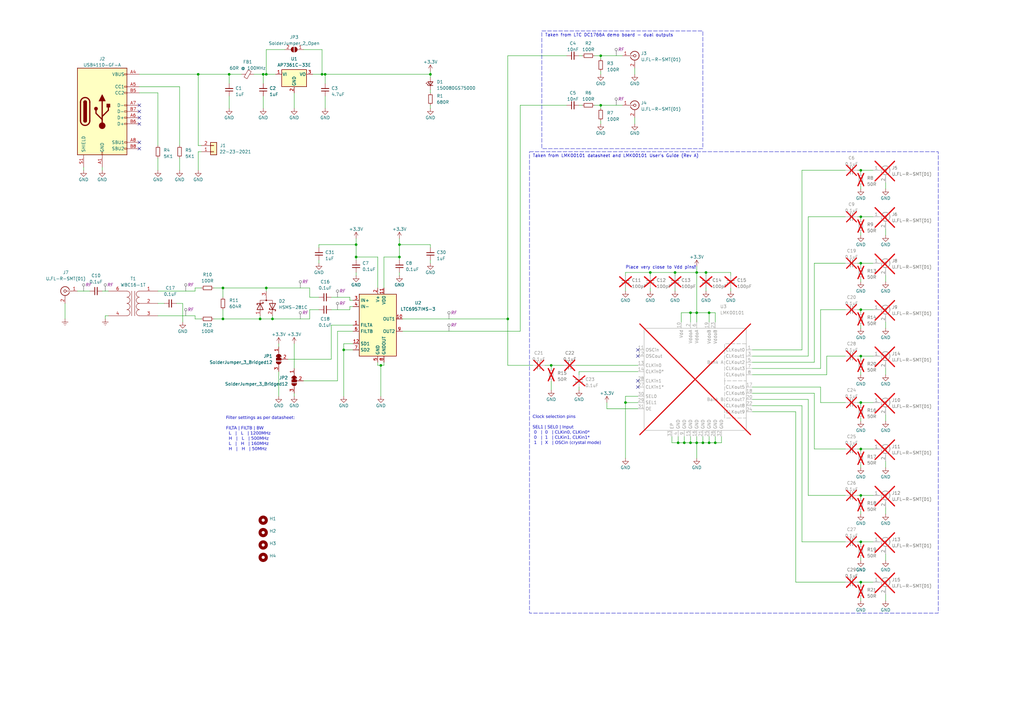
<source format=kicad_sch>
(kicad_sch (version 20230121) (generator eeschema)
  (paper "A3")
  (title_block (title "CSAD2") (date "2023-05-16") (rev "1.0"))
  (junction (at 353.06 88.9))
  (junction (at 91.44 130.81))
  (junction (at 353.06 238.76))
  (junction (at 353.06 146.05))
  (junction (at 353.06 127))
  (junction (at 107.95 30.48))
  (junction (at 289.56 111.76))
  (junction (at 293.37 181.61))
  (junction (at 146.05 100.33))
  (junction (at 290.83 181.61))
  (junction (at 290.83 128.27))
  (junction (at 163.83 100.33))
  (junction (at 91.44 118.11))
  (junction (at 81.28 30.48))
  (junction (at 163.83 105.41))
  (junction (at 353.06 203.2))
  (junction (at 280.67 181.61))
  (junction (at 208.28 130.81))
  (junction (at 140.97 143.51))
  (junction (at 353.06 222.25))
  (junction (at 353.06 69.85))
  (junction (at 106.68 130.81))
  (junction (at 176.53 30.48))
  (junction (at 246.38 43.18))
  (junction (at 111.76 130.81))
  (junction (at 353.06 184.15))
  (junction (at 266.7 111.76))
  (junction (at 288.29 181.61))
  (junction (at 353.06 107.95))
  (junction (at 283.21 128.27))
  (junction (at 285.75 111.76))
  (junction (at 283.21 181.61))
  (junction (at 93.98 30.48))
  (junction (at 256.54 165.1))
  (junction (at 146.05 105.41))
  (junction (at 109.22 118.11))
  (junction (at 226.06 149.86))
  (junction (at 276.86 111.76))
  (junction (at 109.22 30.48))
  (junction (at 133.35 30.48))
  (junction (at 246.38 22.86))
  (junction (at 278.13 181.61))
  (junction (at 156.21 149.86))
  (junction (at 132.08 30.48))
  (junction (at 285.75 128.27))
  (junction (at 353.06 165.1))
  (junction (at 285.75 181.61))
  (no_connect (at 57.15 60.96))
  (no_connect (at 57.15 50.8))
  (no_connect (at 57.15 43.18))
  (no_connect (at 57.15 48.26))
  (no_connect (at 57.15 45.72))
  (no_connect (at 57.15 58.42))
  (no_connect (at 261.62 146.05))
  (no_connect (at 261.62 143.51))
  (no_connect (at 261.62 158.75))
  (no_connect (at 261.62 156.21))
  (wire (pts (xy 353.06 165.1) (xy 358.14 165.1)))
  (wire (pts (xy 276.86 111.76) (xy 285.75 111.76)))
  (wire (pts (xy 80.01 130.81) (xy 82.55 130.81)))
  (wire (pts (xy 132.08 30.48) (xy 133.35 30.48)))
  (wire (pts (xy 308.61 151.13) (xy 336.55 151.13)))
  (wire (pts (xy 285.75 181.61) (xy 283.21 181.61)))
  (wire (pts (xy 57.15 35.56) (xy 73.66 35.56)))
  (wire (pts (xy 353.06 95.25) (xy 353.06 96.52)))
  (wire (pts (xy 87.63 130.81) (xy 91.44 130.81)))
  (wire (pts (xy 144.78 135.89) (xy 138.43 135.89)))
  (wire (pts (xy 285.75 181.61) (xy 285.75 187.96)))
  (wire (pts (xy 276.86 118.11) (xy 276.86 119.38)))
  (wire (pts (xy 351.79 184.15) (xy 353.06 184.15)))
  (wire (pts (xy 43.18 129.54) (xy 43.18 130.81)))
  (wire (pts (xy 154.94 118.11) (xy 154.94 105.41)))
  (wire (pts (xy 130.81 106.68) (xy 130.81 107.95)))
  (wire (pts (xy 64.77 119.38) (xy 80.01 119.38)))
  (wire (pts (xy 64.77 64.77) (xy 64.77 69.85)))
  (wire (pts (xy 331.47 163.83) (xy 331.47 203.2)))
  (wire (pts (xy 243.84 43.18) (xy 246.38 43.18)))
  (wire (pts (xy 328.93 143.51) (xy 328.93 69.85)))
  (wire (pts (xy 246.38 43.18) (xy 255.27 43.18)))
  (wire (pts (xy 138.43 135.89) (xy 138.43 156.21)))
  (wire (pts (xy 157.48 105.41) (xy 163.83 105.41)))
  (wire (pts (xy 176.53 30.48) (xy 176.53 29.21)))
  (wire (pts (xy 111.76 129.54) (xy 111.76 130.81)))
  (wire (pts (xy 73.66 35.56) (xy 73.66 59.69)))
  (wire (pts (xy 331.47 88.9) (xy 331.47 146.05)))
  (wire (pts (xy 353.06 222.25) (xy 358.14 222.25)))
  (wire (pts (xy 144.78 133.35) (xy 135.89 133.35)))
  (wire (pts (xy 256.54 165.1) (xy 256.54 187.96)))
  (wire (pts (xy 363.22 189.23) (xy 363.22 191.77)))
  (wire (pts (xy 266.7 118.11) (xy 266.7 119.38)))
  (wire (pts (xy 223.52 149.86) (xy 226.06 149.86)))
  (wire (pts (xy 156.21 149.86) (xy 156.21 162.56)))
  (wire (pts (xy 127 130.81) (xy 111.76 130.81)))
  (wire (pts (xy 293.37 181.61) (xy 290.83 181.61)))
  (wire (pts (xy 353.06 127) (xy 353.06 128.27)))
  (wire (pts (xy 226.06 156.21) (xy 226.06 160.02)))
  (wire (pts (xy 353.06 203.2) (xy 353.06 204.47)))
  (wire (pts (xy 44.45 129.54) (xy 43.18 129.54)))
  (wire (pts (xy 140.97 140.97) (xy 144.78 140.97)))
  (wire (pts (xy 293.37 179.07) (xy 293.37 181.61)))
  (wire (pts (xy 285.75 128.27) (xy 283.21 128.27)))
  (wire (pts (xy 144.78 143.51) (xy 140.97 143.51)))
  (wire (pts (xy 91.44 118.11) (xy 109.22 118.11)))
  (wire (pts (xy 57.15 38.1) (xy 64.77 38.1)))
  (wire (pts (xy 208.28 130.81) (xy 165.1 130.81)))
  (wire (pts (xy 127 121.92) (xy 130.81 121.92)))
  (wire (pts (xy 248.92 167.64) (xy 248.92 165.1)))
  (wire (pts (xy 353.06 190.5) (xy 353.06 191.77)))
  (wire (pts (xy 31.75 119.38) (xy 36.83 119.38)))
  (wire (pts (xy 246.38 22.86) (xy 255.27 22.86)))
  (wire (pts (xy 334.01 148.59) (xy 334.01 107.95)))
  (wire (pts (xy 353.06 209.55) (xy 353.06 210.82)))
  (wire (pts (xy 165.1 135.89) (xy 213.36 135.89)))
  (wire (pts (xy 339.09 146.05) (xy 346.71 146.05)))
  (wire (pts (xy 363.22 208.28) (xy 363.22 210.82)))
  (wire (pts (xy 163.83 97.79) (xy 163.83 100.33)))
  (wire (pts (xy 353.06 69.85) (xy 353.06 71.12)))
  (wire (pts (xy 246.38 43.18) (xy 246.38 44.45)))
  (wire (pts (xy 163.83 100.33) (xy 176.53 100.33)))
  (wire (pts (xy 163.83 100.33) (xy 163.83 105.41)))
  (wire (pts (xy 80.01 129.54) (xy 80.01 130.81)))
  (wire (pts (xy 80.01 119.38) (xy 80.01 118.11)))
  (wire (pts (xy 130.81 100.33) (xy 130.81 101.6)))
  (wire (pts (xy 293.37 128.27) (xy 290.83 128.27)))
  (wire (pts (xy 326.39 238.76) (xy 346.71 238.76)))
  (wire (pts (xy 163.83 105.41) (xy 163.83 106.68)))
  (wire (pts (xy 135.89 147.32) (xy 118.11 147.32)))
  (wire (pts (xy 26.67 124.46) (xy 26.67 130.81)))
  (wire (pts (xy 237.49 158.75) (xy 237.49 160.02)))
  (wire (pts (xy 114.3 140.97) (xy 114.3 142.24)))
  (wire (pts (xy 91.44 130.81) (xy 106.68 130.81)))
  (wire (pts (xy 283.21 181.61) (xy 280.67 181.61)))
  (wire (pts (xy 326.39 168.91) (xy 326.39 238.76)))
  (wire (pts (xy 285.75 179.07) (xy 285.75 181.61)))
  (wire (pts (xy 208.28 22.86) (xy 208.28 130.81)))
  (wire (pts (xy 308.61 166.37) (xy 328.93 166.37)))
  (wire (pts (xy 331.47 146.05) (xy 308.61 146.05)))
  (wire (pts (xy 93.98 30.48) (xy 93.98 34.29)))
  (wire (pts (xy 308.61 161.29) (xy 334.01 161.29)))
  (wire (pts (xy 351.79 238.76) (xy 353.06 238.76)))
  (wire (pts (xy 261.62 165.1) (xy 256.54 165.1)))
  (wire (pts (xy 260.35 48.26) (xy 260.35 50.8)))
  (wire (pts (xy 261.62 152.4) (xy 237.49 152.4)))
  (wire (pts (xy 336.55 151.13) (xy 336.55 127)))
  (wire (pts (xy 351.79 146.05) (xy 353.06 146.05)))
  (wire (pts (xy 295.91 179.07) (xy 295.91 181.61)))
  (wire (pts (xy 133.35 30.48) (xy 176.53 30.48)))
  (wire (pts (xy 278.13 181.61) (xy 275.59 181.61)))
  (wire (pts (xy 208.28 130.81) (xy 208.28 149.86)))
  (wire (pts (xy 109.22 30.48) (xy 113.03 30.48)))
  (wire (pts (xy 143.51 123.19) (xy 144.78 123.19)))
  (wire (pts (xy 91.44 121.92) (xy 91.44 118.11)))
  (wire (pts (xy 237.49 22.86) (xy 238.76 22.86)))
  (wire (pts (xy 109.22 119.38) (xy 109.22 118.11)))
  (wire (pts (xy 226.06 151.13) (xy 226.06 149.86)))
  (wire (pts (xy 127 118.11) (xy 127 121.92)))
  (wire (pts (xy 308.61 148.59) (xy 334.01 148.59)))
  (wire (pts (xy 353.06 222.25) (xy 353.06 223.52)))
  (wire (pts (xy 104.14 30.48) (xy 107.95 30.48)))
  (wire (pts (xy 334.01 107.95) (xy 346.71 107.95)))
  (wire (pts (xy 308.61 153.67) (xy 339.09 153.67)))
  (wire (pts (xy 146.05 105.41) (xy 146.05 106.68)))
  (wire (pts (xy 285.75 111.76) (xy 289.56 111.76)))
  (wire (pts (xy 106.68 130.81) (xy 106.68 129.54)))
  (wire (pts (xy 285.75 109.22) (xy 285.75 111.76)))
  (wire (pts (xy 353.06 146.05) (xy 358.14 146.05)))
  (wire (pts (xy 328.93 166.37) (xy 328.93 222.25)))
  (wire (pts (xy 64.77 129.54) (xy 80.01 129.54)))
  (wire (pts (xy 130.81 127) (xy 127 127)))
  (wire (pts (xy 208.28 22.86) (xy 232.41 22.86)))
  (wire (pts (xy 146.05 100.33) (xy 146.05 105.41)))
  (wire (pts (xy 363.22 151.13) (xy 363.22 153.67)))
  (wire (pts (xy 256.54 118.11) (xy 256.54 119.38)))
  (wire (pts (xy 140.97 143.51) (xy 140.97 162.56)))
  (wire (pts (xy 154.94 149.86) (xy 156.21 149.86)))
  (wire (pts (xy 289.56 111.76) (xy 299.72 111.76)))
  (wire (pts (xy 213.36 43.18) (xy 232.41 43.18)))
  (wire (pts (xy 132.08 20.32) (xy 132.08 30.48)))
  (wire (pts (xy 124.46 20.32) (xy 132.08 20.32)))
  (wire (pts (xy 353.06 88.9) (xy 353.06 90.17)))
  (wire (pts (xy 363.22 113.03) (xy 363.22 115.57)))
  (wire (pts (xy 109.22 118.11) (xy 127 118.11)))
  (wire (pts (xy 353.06 114.3) (xy 353.06 115.57)))
  (wire (pts (xy 288.29 179.07) (xy 288.29 181.61)))
  (wire (pts (xy 289.56 111.76) (xy 289.56 113.03)))
  (wire (pts (xy 353.06 165.1) (xy 353.06 166.37)))
  (wire (pts (xy 288.29 181.61) (xy 285.75 181.61)))
  (wire (pts (xy 80.01 118.11) (xy 82.55 118.11)))
  (wire (pts (xy 353.06 107.95) (xy 358.14 107.95)))
  (wire (pts (xy 237.49 152.4) (xy 237.49 153.67)))
  (wire (pts (xy 109.22 20.32) (xy 109.22 30.48)))
  (wire (pts (xy 276.86 111.76) (xy 276.86 113.03)))
  (wire (pts (xy 363.22 93.98) (xy 363.22 96.52)))
  (wire (pts (xy 279.4 128.27) (xy 283.21 128.27)))
  (wire (pts (xy 135.89 133.35) (xy 135.89 147.32)))
  (wire (pts (xy 176.53 30.48) (xy 176.53 31.75)))
  (wire (pts (xy 237.49 43.18) (xy 238.76 43.18)))
  (wire (pts (xy 283.21 179.07) (xy 283.21 181.61)))
  (wire (pts (xy 290.83 132.08) (xy 290.83 128.27)))
  (wire (pts (xy 336.55 165.1) (xy 346.71 165.1)))
  (wire (pts (xy 146.05 111.76) (xy 146.05 113.03)))
  (wire (pts (xy 243.84 22.86) (xy 246.38 22.86)))
  (wire (pts (xy 135.89 121.92) (xy 143.51 121.92)))
  (wire (pts (xy 208.28 149.86) (xy 218.44 149.86)))
  (wire (pts (xy 57.15 30.48) (xy 81.28 30.48)))
  (wire (pts (xy 278.13 179.07) (xy 278.13 181.61)))
  (wire (pts (xy 336.55 158.75) (xy 336.55 165.1)))
  (wire (pts (xy 308.61 143.51) (xy 328.93 143.51)))
  (wire (pts (xy 144.78 125.73) (xy 143.51 125.73)))
  (wire (pts (xy 143.51 125.73) (xy 143.51 127)))
  (wire (pts (xy 295.91 181.61) (xy 293.37 181.61)))
  (wire (pts (xy 353.06 203.2) (xy 358.14 203.2)))
  (wire (pts (xy 154.94 105.41) (xy 146.05 105.41)))
  (wire (pts (xy 64.77 124.46) (xy 67.31 124.46)))
  (wire (pts (xy 266.7 111.76) (xy 266.7 113.03)))
  (wire (pts (xy 34.29 68.58) (xy 34.29 69.85)))
  (wire (pts (xy 353.06 184.15) (xy 358.14 184.15)))
  (wire (pts (xy 285.75 111.76) (xy 285.75 128.27)))
  (wire (pts (xy 87.63 118.11) (xy 91.44 118.11)))
  (wire (pts (xy 135.89 127) (xy 143.51 127)))
  (wire (pts (xy 363.22 227.33) (xy 363.22 229.87)))
  (wire (pts (xy 93.98 30.48) (xy 99.06 30.48)))
  (wire (pts (xy 299.72 118.11) (xy 299.72 119.38)))
  (wire (pts (xy 353.06 238.76) (xy 358.14 238.76)))
  (wire (pts (xy 157.48 118.11) (xy 157.48 105.41)))
  (wire (pts (xy 289.56 118.11) (xy 289.56 119.38)))
  (wire (pts (xy 81.28 62.23) (xy 81.28 69.85)))
  (wire (pts (xy 336.55 127) (xy 346.71 127)))
  (wire (pts (xy 353.06 228.6) (xy 353.06 229.87)))
  (wire (pts (xy 363.22 74.93) (xy 363.22 77.47)))
  (wire (pts (xy 266.7 111.76) (xy 276.86 111.76)))
  (wire (pts (xy 246.38 29.21) (xy 246.38 30.48)))
  (wire (pts (xy 81.28 30.48) (xy 81.28 59.69)))
  (wire (pts (xy 353.06 107.95) (xy 353.06 109.22)))
  (wire (pts (xy 127 127) (xy 127 130.81)))
  (wire (pts (xy 351.79 165.1) (xy 353.06 165.1)))
  (wire (pts (xy 353.06 171.45) (xy 353.06 172.72)))
  (wire (pts (xy 290.83 181.61) (xy 288.29 181.61)))
  (wire (pts (xy 256.54 113.03) (xy 256.54 111.76)))
  (wire (pts (xy 176.53 106.68) (xy 176.53 107.95)))
  (wire (pts (xy 107.95 39.37) (xy 107.95 44.45)))
  (wire (pts (xy 351.79 222.25) (xy 353.06 222.25)))
  (wire (pts (xy 353.06 127) (xy 358.14 127)))
  (wire (pts (xy 114.3 152.4) (xy 114.3 162.56)))
  (wire (pts (xy 111.76 130.81) (xy 106.68 130.81)))
  (wire (pts (xy 363.22 170.18) (xy 363.22 172.72)))
  (wire (pts (xy 280.67 181.61) (xy 278.13 181.61)))
  (wire (pts (xy 176.53 100.33) (xy 176.53 101.6)))
  (wire (pts (xy 93.98 39.37) (xy 93.98 44.45)))
  (wire (pts (xy 285.75 132.08) (xy 285.75 128.27)))
  (wire (pts (xy 156.21 149.86) (xy 157.48 149.86)))
  (wire (pts (xy 334.01 161.29) (xy 334.01 184.15)))
  (wire (pts (xy 353.06 146.05) (xy 353.06 147.32)))
  (wire (pts (xy 213.36 43.18) (xy 213.36 135.89)))
  (wire (pts (xy 64.77 38.1) (xy 64.77 59.69)))
  (wire (pts (xy 163.83 111.76) (xy 163.83 113.03)))
  (wire (pts (xy 41.91 119.38) (xy 44.45 119.38)))
  (wire (pts (xy 353.06 88.9) (xy 358.14 88.9)))
  (wire (pts (xy 81.28 62.23) (xy 82.55 62.23)))
  (wire (pts (xy 72.39 124.46) (xy 74.93 124.46)))
  (wire (pts (xy 353.06 245.11) (xy 353.06 246.38)))
  (wire (pts (xy 120.65 140.97) (xy 120.65 151.13)))
  (wire (pts (xy 133.35 39.37) (xy 133.35 44.45)))
  (wire (pts (xy 261.62 167.64) (xy 248.92 167.64)))
  (wire (pts (xy 353.06 238.76) (xy 353.06 240.03)))
  (wire (pts (xy 154.94 148.59) (xy 154.94 149.86)))
  (wire (pts (xy 353.06 152.4) (xy 353.06 153.67)))
  (wire (pts (xy 353.06 133.35) (xy 353.06 134.62)))
  (wire (pts (xy 146.05 97.79) (xy 146.05 100.33)))
  (wire (pts (xy 351.79 203.2) (xy 353.06 203.2)))
  (wire (pts (xy 280.67 179.07) (xy 280.67 181.61)))
  (wire (pts (xy 74.93 124.46) (xy 74.93 132.08)))
  (wire (pts (xy 328.93 69.85) (xy 346.71 69.85)))
  (wire (pts (xy 41.91 68.58) (xy 41.91 69.85)))
  (wire (pts (xy 116.84 20.32) (xy 109.22 20.32)))
  (wire (pts (xy 120.65 161.29) (xy 120.65 162.56)))
  (wire (pts (xy 293.37 132.08) (xy 293.37 128.27)))
  (wire (pts (xy 334.01 184.15) (xy 346.71 184.15)))
  (wire (pts (xy 351.79 69.85) (xy 353.06 69.85)))
  (wire (pts (xy 353.06 76.2) (xy 353.06 77.47)))
  (wire (pts (xy 140.97 140.97) (xy 140.97 143.51)))
  (wire (pts (xy 275.59 181.61) (xy 275.59 179.07)))
  (wire (pts (xy 283.21 128.27) (xy 283.21 132.08)))
  (wire (pts (xy 353.06 184.15) (xy 353.06 185.42)))
  (wire (pts (xy 120.65 38.1) (xy 120.65 44.45)))
  (wire (pts (xy 246.38 22.86) (xy 246.38 24.13)))
  (wire (pts (xy 81.28 30.48) (xy 93.98 30.48)))
  (wire (pts (xy 256.54 162.56) (xy 256.54 165.1)))
  (wire (pts (xy 91.44 127) (xy 91.44 130.81)))
  (wire (pts (xy 226.06 149.86) (xy 231.14 149.86)))
  (wire (pts (xy 143.51 121.92) (xy 143.51 123.19)))
  (wire (pts (xy 308.61 168.91) (xy 326.39 168.91)))
  (wire (pts (xy 130.81 100.33) (xy 146.05 100.33)))
  (wire (pts (xy 290.83 128.27) (xy 285.75 128.27)))
  (wire (pts (xy 299.72 111.76) (xy 299.72 113.03)))
  (wire (pts (xy 346.71 88.9) (xy 331.47 88.9)))
  (wire (pts (xy 290.83 179.07) (xy 290.83 181.61)))
  (wire (pts (xy 308.61 163.83) (xy 331.47 163.83)))
  (wire (pts (xy 339.09 153.67) (xy 339.09 146.05)))
  (wire (pts (xy 331.47 203.2) (xy 346.71 203.2)))
  (wire (pts (xy 246.38 49.53) (xy 246.38 50.8)))
  (wire (pts (xy 363.22 132.08) (xy 363.22 134.62)))
  (wire (pts (xy 82.55 59.69) (xy 81.28 59.69)))
  (wire (pts (xy 236.22 149.86) (xy 261.62 149.86)))
  (wire (pts (xy 107.95 30.48) (xy 107.95 34.29)))
  (wire (pts (xy 353.06 69.85) (xy 358.14 69.85)))
  (wire (pts (xy 256.54 111.76) (xy 266.7 111.76)))
  (wire (pts (xy 176.53 43.18) (xy 176.53 44.45)))
  (wire (pts (xy 363.22 243.84) (xy 363.22 246.38)))
  (wire (pts (xy 73.66 64.77) (xy 73.66 69.85)))
  (wire (pts (xy 128.27 30.48) (xy 132.08 30.48)))
  (wire (pts (xy 351.79 88.9) (xy 353.06 88.9)))
  (wire (pts (xy 261.62 162.56) (xy 256.54 162.56)))
  (wire (pts (xy 133.35 30.48) (xy 133.35 34.29)))
  (wire (pts (xy 328.93 222.25) (xy 346.71 222.25)))
  (wire (pts (xy 260.35 27.94) (xy 260.35 30.48)))
  (wire (pts (xy 157.48 148.59) (xy 157.48 149.86)))
  (wire (pts (xy 351.79 127) (xy 353.06 127)))
  (wire (pts (xy 138.43 156.21) (xy 124.46 156.21)))
  (wire (pts (xy 279.4 132.08) (xy 279.4 128.27)))
  (wire (pts (xy 308.61 158.75) (xy 336.55 158.75)))
  (wire (pts (xy 107.95 30.48) (xy 109.22 30.48)))
  (wire (pts (xy 351.79 107.95) (xy 353.06 107.95)))
  (wire (pts (xy 176.53 36.83) (xy 176.53 38.1)))
  (rectangle (start 222.25 12.7) (end 288.29 60.96) (stroke (width 0) (type dash)))
  (rectangle (start 217.17 62.23) (end 384.81 251.46) (stroke (width 0) (type dash)))
  (text "Taken from LMK00101 datasheet and LMK00101 User's Guide (Rev A)" (at 218.44 64.77 0) (effects (font (size 1.27 1.27)) (justify left bottom)))
  (text "Taken from LTC DC1766A demo board - dual outputs" (at 223.52 15.24 0) (effects (font (size 1.27 1.27)) (justify left bottom)))
  (text "Place very close to Vdd pins!" (at 256.54 110.49 0) (effects (font (size 1.27 1.27)) (justify left bottom)))
  (text "Clock selection pins\n\nSEL1 | SEL0 | Input\n 0   |  0   | CLKin0, CLKin0*\n 0   |  1   | CLKin1, CLKin1*\n 1   |  X   | OSCin (crystal mode)" (at 218.44 182.88 0) (effects (font (size 1.27 1.27)) (justify left bottom)))
  (text "Filter settings as per datasheet:\n\nFILTA | FILTB | BW\n  L   |   L   | 1200MHz\n  H   |   L   | 500MHz\n  L   |   H   | 160MHz\n  H   |   H   | 50MHz" (at 92.71 185.42 0) (effects (font (size 1.27 1.27)) (justify left bottom)))
  (netclass_flag "" (length 2.54) (shape round) (at 138.43 121.92 0) (property "Netclass" "RF" (at 139.1285 119.38 0) (effects (font italic) (justify left))))
  (netclass_flag "" (length 2.54) (shape round) (at 252.73 22.86 0) (property "Netclass" "RF" (at 253.4285 20.32 0) (effects (font italic) (justify left))))
  (netclass_flag "" (length 2.54) (shape round) (at 123.19 118.11 0) (property "Netclass" "RF" (at 123.8885 115.57 0) (effects (font italic) (justify left))))
  (netclass_flag "" (length 2.54) (shape round) (at 76.2 119.38 0) (property "Netclass" "RF" (at 76.8985 116.84 0) (effects (font italic) (justify left))))
  (netclass_flag "" (length 2.54) (shape round) (at 184.15 130.81 0) (property "Netclass" "RF" (at 184.8485 128.27 0) (effects (font italic) (justify left))))
  (netclass_flag "" (length 2.54) (shape round) (at 252.73 43.18 0) (property "Netclass" "RF" (at 253.4285 40.64 0) (effects (font italic) (justify left))))
  (netclass_flag "" (length 2.54) (shape round) (at 123.19 130.81 0) (property "Netclass" "RF" (at 123.8885 128.27 0) (effects (font italic) (justify left))))
  (netclass_flag "" (length 2.54) (shape round) (at 76.2 129.54 0) (property "Netclass" "RF" (at 76.8985 127 0) (effects (font italic) (justify left))))
  (netclass_flag "" (length 2.54) (shape round) (at 184.15 135.89 0) (property "Netclass" "RF" (at 184.8485 133.35 0) (effects (font italic) (justify left))))
  (netclass_flag "" (length 2.54) (shape round) (at 34.29 119.38 0) (property "Netclass" "RF" (at 34.9885 116.84 0) (effects (font italic) (justify left))))
  (netclass_flag "" (length 2.54) (shape round) (at 43.18 119.38 0) (property "Netclass" "RF" (at 43.8785 116.84 0) (effects (font italic) (justify left))))
  (netclass_flag "" (length 2.54) (shape round) (at 138.43 127 0) (property "Netclass" "RF" (at 139.1285 124.46 0) (effects (font italic) (justify left))))
  (symbol (lib_id "Device:R_Small") (at 176.53 40.64 0) (unit 1)
    (property "Reference" "R1" (at 179.07 39.3699 0) (effects (justify left)))
    (property "Value" "680R" (at 179.07 41.9099 0) (effects (justify left)))
    (property "Footprint" "Resistor_SMD:R_0603_1608Metric" (effects hide))
    (property "Manufacturer" "Yageo" (effects hide))
    (property "ManufacturerPartNumber" "RC0603JR-07680RL" (effects hide))
  )
  (symbol (lib_id "power:GND") (at 120.65 162.56 0) (unit 1)
    (property "Reference" "#PWR040" (effects hide))
    (property "Value" "GND" (at 120.65 166.37 0))
  )
  (symbol (lib_id "Jumper:SolderJumper_3_Bridged12") (at 114.3 147.32 90) (mirror x) (unit 1)
    (property "Reference" "JP1" (at 111.76 146.0499 90) (effects (justify left)))
    (property "Value" "SolderJumper_3_Bridged12" (at 111.76 148.5899 90) (effects (justify left)))
    (property "Footprint" "Jumper:SolderJumper-3_P1.3mm_Bridged12_RoundedPad1.0x1.5mm_NumberLabels" (effects hide))
  )
  (symbol (lib_id "Device:R_Small") (at 353.06 168.91 180) (unit 1) (in_bom no) (on_board no) (dnp yes)
    (property "Reference" "R16" (at 355.6 168.275 0) (effects (justify right)))
    (property "Value" "50R" (at 355.6 170.815 0) (effects (justify right)))
    (property "Footprint" "Resistor_SMD:R_0603_1608Metric" (effects hide))
    (property "Manufacturer" "Vishay" (effects hide))
    (property "ManufacturerPartNumber" "CRCW060350R0FKEA" (effects hide))
  )
  (symbol (lib_id "power:GND") (at 246.38 30.48 0) (unit 1)
    (property "Reference" "#PWR08" (effects hide))
    (property "Value" "GND" (at 246.38 34.29 0))
  )
  (symbol (lib_id "Device:C_Small") (at 349.25 238.76 270) (unit 1) (in_bom no) (on_board no) (dnp yes)
    (property "Reference" "C29" (at 349.2436 233.68 90))
    (property "Value" "0.1uF" (at 349.2436 236.22 90))
    (property "Footprint" "Capacitor_SMD:C_0603_1608Metric" (effects hide))
    (property "Manufacturer" "Yageo" (effects hide))
    (property "ManufacturerPartNumber" "CC0603KRX7R9BB104" (effects hide))
  )
  (symbol (lib_id "Device:C_Small") (at 237.49 156.21 0) (unit 1) (in_bom no) (on_board no) (dnp yes)
    (property "Reference" "C23" (at 240.03 155.5813 0) (effects (justify left)))
    (property "Value" "0.1uF" (at 240.03 158.1213 0) (effects (justify left)))
    (property "Footprint" "Capacitor_SMD:C_0603_1608Metric" (effects hide))
    (property "Manufacturer" "Yageo" (effects hide))
    (property "ManufacturerPartNumber" "CC0603KRX7R9BB104" (effects hide))
  )
  (symbol (lib_id "power:+3.3V") (at 285.75 109.22 0) (mirror y) (unit 1)
    (property "Reference" "#PWR022" (effects hide))
    (property "Value" "+3.3V" (at 285.75 105.41 0))
  )
  (symbol (lib_id "Device:R_Small") (at 353.06 130.81 180) (unit 1) (in_bom no) (on_board no) (dnp yes)
    (property "Reference" "R14" (at 355.6 130.175 0) (effects (justify right)))
    (property "Value" "50R" (at 355.6 132.715 0) (effects (justify right)))
    (property "Footprint" "Resistor_SMD:R_0603_1608Metric" (effects hide))
    (property "Manufacturer" "Vishay" (effects hide))
    (property "ManufacturerPartNumber" "CRCW060350R0FKEA" (effects hide))
  )
  (symbol (lib_id "power:GND") (at 353.06 153.67 0) (unit 1)
    (property "Reference" "#PWR055" (effects hide))
    (property "Value" "GND" (at 353.06 157.48 0))
  )
  (symbol (lib_id "power:+3.3V") (at 114.3 140.97 0) (unit 1)
    (property "Reference" "#PWR035" (effects hide))
    (property "Value" "+3.3V" (at 114.3 137.16 0))
  )
  (symbol (lib_id "power:GND") (at 353.06 115.57 0) (unit 1)
    (property "Reference" "#PWR033" (effects hide))
    (property "Value" "GND" (at 353.06 119.38 0))
  )
  (symbol (lib_id "power:Earth") (at 26.67 130.81 0) (unit 1)
    (property "Reference" "#PWR030" (effects hide))
    (property "Value" "Earth" (effects hide))
  )
  (symbol (lib_id "power:GND") (at 73.66 69.85 0) (unit 1)
    (property "Reference" "#PWR013" (effects hide))
    (property "Value" "GND" (at 73.66 73.66 0))
  )
  (symbol (lib_id "Device:C_Small") (at 349.25 107.95 270) (unit 1) (in_bom no) (on_board no) (dnp yes)
    (property "Reference" "C19" (at 349.2436 102.87 90))
    (property "Value" "0.1uF" (at 349.2436 105.41 90))
    (property "Footprint" "Capacitor_SMD:C_0603_1608Metric" (effects hide))
    (property "Manufacturer" "Yageo" (effects hide))
    (property "ManufacturerPartNumber" "CC0603KRX7R9BB104" (effects hide))
  )
  (symbol (lib_id "power:GND") (at 156.21 162.56 0) (unit 1)
    (property "Reference" "#PWR041" (effects hide))
    (property "Value" "GND" (at 156.21 166.37 0))
  )
  (symbol (lib_id "power:+3.3V") (at 146.05 97.79 0) (unit 1)
    (property "Reference" "#PWR018" (effects hide))
    (property "Value" "+3.3V" (at 146.05 93.98 0))
  )
  (symbol (lib_id "power:GND") (at 114.3 162.56 0) (unit 1)
    (property "Reference" "#PWR039" (effects hide))
    (property "Value" "GND" (at 114.3 166.37 0))
  )
  (symbol (lib_id "Device:C_Small") (at 349.25 165.1 270) (unit 1) (in_bom no) (on_board no) (dnp yes)
    (property "Reference" "C24" (at 349.2436 160.02 90))
    (property "Value" "0.1uF" (at 349.2436 162.56 90))
    (property "Footprint" "Capacitor_SMD:C_0603_1608Metric" (effects hide))
    (property "Manufacturer" "Yageo" (effects hide))
    (property "ManufacturerPartNumber" "CC0603KRX7R9BB104" (effects hide))
  )
  (symbol (lib_id "power:GND") (at 363.22 96.52 0) (unit 1)
    (property "Reference" "#PWR024" (effects hide))
    (property "Value" "GND" (at 363.22 100.33 0))
  )
  (symbol (lib_id "power:GND") (at 363.22 246.38 0) (unit 1)
    (property "Reference" "#PWR058" (effects hide))
    (property "Value" "GND" (at 363.22 250.19 0))
  )
  (symbol (lib_id "Device:C_Small") (at 133.35 36.83 180) (unit 1)
    (property "Reference" "C3" (at 135.89 36.1886 0) (effects (justify right)))
    (property "Value" "4.7uF" (at 135.89 38.7286 0) (effects (justify right)))
    (property "Footprint" "Capacitor_SMD:C_0603_1608Metric" (effects hide))
    (property "Manufacturer" "muRata" (effects hide))
    (property "ManufacturerPartNumber" "GRM188R61E475KE11D" (effects hide))
  )
  (symbol (lib_id "Regulator_Linear:AP7361C-33E") (at 120.65 30.48 0) (unit 1)
    (property "Reference" "U1" (at 120.65 24.13 0))
    (property "Value" "AP7361C-33E" (at 120.65 26.67 0))
    (property "Footprint" "Package_TO_SOT_SMD:SOT-223-3_TabPin2" (effects hide))
    (property "Datasheet" "https://www.diodes.com/assets/Datasheets/AP7361C.pdf" (effects hide))
    (property "Manufacturer" "Diodes Inc" (effects hide))
    (property "ManufacturerPartNumber" "AP7361C-33E-13" (effects hide))
  )
  (symbol (lib_id "power:GND") (at 363.22 115.57 0) (unit 1)
    (property "Reference" "#PWR034" (effects hide))
    (property "Value" "GND" (at 363.22 119.38 0))
  )
  (symbol (lib_id "power:GND") (at 64.77 69.85 0) (unit 1)
    (property "Reference" "#PWR012" (effects hide))
    (property "Value" "GND" (at 64.77 73.66 0))
  )
  (symbol (lib_id "Mechanical:MountingHole") (at 107.95 213.36 0) (unit 1)
    (property "Reference" "H1" (at 110.49 212.725 0) (effects (justify left)))
    (property "Value" "MountingHole" (effects hide))
    (property "Footprint" "MountingHole:MountingHole_3.2mm_M3_ISO7380" (effects hide))
  )
  (symbol (lib_id "Device:R_Small") (at 353.06 226.06 180) (unit 1) (in_bom no) (on_board no) (dnp yes)
    (property "Reference" "R19" (at 355.6 225.425 0) (effects (justify right)))
    (property "Value" "50R" (at 355.6 227.965 0) (effects (justify right)))
    (property "Footprint" "Resistor_SMD:R_0603_1608Metric" (effects hide))
    (property "Manufacturer" "Vishay" (effects hide))
    (property "ManufacturerPartNumber" "CRCW060350R0FKEA" (effects hide))
  )
  (symbol (lib_id "Device:R_Small") (at 353.06 187.96 180) (unit 1) (in_bom no) (on_board no) (dnp yes)
    (property "Reference" "R17" (at 355.6 187.325 0) (effects (justify right)))
    (property "Value" "50R" (at 355.6 189.865 0) (effects (justify right)))
    (property "Footprint" "Resistor_SMD:R_0603_1608Metric" (effects hide))
    (property "Manufacturer" "Vishay" (effects hide))
    (property "ManufacturerPartNumber" "CRCW060350R0FKEA" (effects hide))
  )
  (symbol (lib_id "Device:FerriteBead_Small") (at 101.6 30.48 90) (unit 1)
    (property "Reference" "FB1" (at 101.5619 25.4 90))
    (property "Value" "60R @ 100MHz" (at 101.5619 27.94 90))
    (property "Footprint" "Resistor_SMD:R_0805_2012Metric" (effects hide))
    (property "Manufacturer" "muRata" (effects hide))
    (property "ManufacturerPartNumber" "BLM21PG600SN1D" (effects hide))
  )
  (symbol (lib_id "power:GND") (at 285.75 187.96 0) (unit 1)
    (property "Reference" "#PWR048" (effects hide))
    (property "Value" "GND" (at 285.75 191.77 0))
  )
  (symbol (lib_id "Connector_Generic:Conn_01x02") (at 87.63 62.23 0) (mirror x) (unit 1)
    (property "Reference" "J1" (at 91.44 59.69 0))
    (property "Value" "22-23-2021" (at 96.52 62.23 0))
    (property "Footprint" "Connector_Molex:Molex_KK-254_AE-6410-02A_1x02_P2.54mm_Vertical" (effects hide))
    (property "Manufacturer" "Molex" (effects hide))
    (property "ManufacturerPartNumber" "22-23-2021" (effects hide))
  )
  (symbol (lib_id "Device:D_Schottky_Dual_Series_AKC_Parallel") (at 109.22 124.46 270) (unit 1)
    (property "Reference" "D2" (at 114.3 123.5074 90) (effects (justify left)))
    (property "Value" "HSMS-281C" (at 114.3 126.0474 90) (effects (justify left)))
    (property "Footprint" "Package_TO_SOT_SMD:SOT-23" (effects hide))
    (property "Manufacturer" "Broadcom" (effects hide))
    (property "ManufacturerPartNumber" "HSMS-281C" (effects hide))
  )
  (symbol (lib_id "Device:C_Small") (at 266.7 115.57 180) (unit 1) (in_bom no) (on_board no) (dnp yes)
    (property "Reference" "C12" (at 269.24 114.9286 0) (effects (justify right)))
    (property "Value" "100pF" (at 269.24 117.4686 0) (effects (justify right)))
    (property "Footprint" "Capacitor_SMD:C_0603_1608Metric" (effects hide))
    (property "Manufacturer" "Walsin" (effects hide))
    (property "ManufacturerPartNumber" "0603N101K100CT" (effects hide))
  )
  (symbol (lib_id "Interface:LTC6957xMS-3") (at 154.94 133.35 0) (unit 1)
    (property "Reference" "U2" (at 171.45 124.2312 0))
    (property "Value" "LTC6957IMS-3" (at 171.45 126.7712 0))
    (property "Footprint" "Package_SO:MSOP-12_3x4mm_P0.65mm" (effects hide))
    (property "Datasheet" "https://www.analog.com/media/en/technical-documentation/data-sheets/6957fb.pdf" (effects hide))
    (property "Manufacturer" "Analog Devices" (effects hide))
    (property "ManufacturerPartNumber" "LTC6957IMS-3#PBF" (effects hide))
  )
  (symbol (lib_id "power:GND") (at 41.91 69.85 0) (unit 1)
    (property "Reference" "#PWR011" (effects hide))
    (property "Value" "GND" (at 41.91 73.66 0))
  )
  (symbol (lib_id "Device:R_Small") (at 353.06 73.66 180) (unit 1) (in_bom no) (on_board no) (dnp yes)
    (property "Reference" "R8" (at 355.6 73.025 0) (effects (justify right)))
    (property "Value" "50R" (at 355.6 75.565 0) (effects (justify right)))
    (property "Footprint" "Resistor_SMD:R_0603_1608Metric" (effects hide))
    (property "Manufacturer" "Vishay" (effects hide))
    (property "ManufacturerPartNumber" "CRCW060350R0FKEA" (effects hide))
  )
  (symbol (lib_id "Device:C_Small") (at 349.25 88.9 270) (unit 1) (in_bom no) (on_board no) (dnp yes)
    (property "Reference" "C9" (at 349.2436 83.82 90))
    (property "Value" "0.1uF" (at 349.2436 86.36 90))
    (property "Footprint" "Capacitor_SMD:C_0603_1608Metric" (effects hide))
    (property "Manufacturer" "Yageo" (effects hide))
    (property "ManufacturerPartNumber" "CC0603KRX7R9BB104" (effects hide))
  )
  (symbol (lib_id "Connector:Conn_Coaxial") (at 363.22 184.15 0) (unit 1) (in_bom no) (on_board no) (dnp yes)
    (property "Reference" "J11" (at 365.76 183.1731 0) (effects (justify left)))
    (property "Value" "U.FL-R-SMT(01)" (at 365.76 185.7131 0) (effects (justify left)))
    (property "Footprint" "ABOP_Parts:Connector_RF_Hirose_U.FL-R-SMT(01)" (effects hide))
    (property "Datasheet" " ~" (effects hide))
    (property "Manufacturer" "Hirose" (effects hide))
    (property "ManufacturerPartNumber" "U.FL-R-SMT(01)" (effects hide))
  )
  (symbol (lib_id "Jumper:SolderJumper_2_Open") (at 120.65 20.32 180) (unit 1)
    (property "Reference" "JP3" (at 120.65 15.24 0))
    (property "Value" "SolderJumper_2_Open" (at 120.65 17.78 0))
    (property "Footprint" "Jumper:SolderJumper-2_P1.3mm_Open_RoundedPad1.0x1.5mm" (effects hide))
  )
  (symbol (lib_id "Jumper:SolderJumper_3_Bridged12") (at 120.65 156.21 90) (mirror x) (unit 1)
    (property "Reference" "JP2" (at 118.11 154.9399 90) (effects (justify left)))
    (property "Value" "SolderJumper_3_Bridged12" (at 118.11 157.4799 90) (effects (justify left)))
    (property "Footprint" "Jumper:SolderJumper-3_P1.3mm_Bridged12_RoundedPad1.0x1.5mm_NumberLabels" (effects hide))
  )
  (symbol (lib_id "Device:C_Small") (at 133.35 127 90) (unit 1)
    (property "Reference" "C18" (at 133.35 130.81 90))
    (property "Value" "0.1uF" (at 133.35 133.35 90))
    (property "Footprint" "Capacitor_SMD:C_0603_1608Metric" (effects hide))
    (property "Manufacturer" "Yageo" (effects hide))
    (property "ManufacturerPartNumber" "CC0603KRX7R9BB104" (effects hide))
  )
  (symbol (lib_id "Device:R_Small") (at 246.38 46.99 180) (unit 1)
    (property "Reference" "R7" (at 248.92 46.355 0) (effects (justify right)))
    (property "Value" "100R" (at 248.92 48.895 0) (effects (justify right)))
    (property "Footprint" "Resistor_SMD:R_0603_1608Metric" (effects hide))
    (property "Manufacturer" "TE Connectivity" (effects hide))
    (property "ManufacturerPartNumber" "CRGCQ0603F100R" (effects hide))
  )
  (symbol (lib_id "power:GND") (at 176.53 44.45 0) (mirror y) (unit 1)
    (property "Reference" "#PWR07" (effects hide))
    (property "Value" "GND" (at 176.53 48.26 0))
  )
  (symbol (lib_id "power:+3.3V") (at 248.92 165.1 0) (mirror y) (unit 1)
    (property "Reference" "#PWR044" (effects hide))
    (property "Value" "+3.3V" (at 248.92 161.29 0))
  )
  (symbol (lib_id "power:GND") (at 353.06 229.87 0) (unit 1)
    (property "Reference" "#PWR053" (effects hide))
    (property "Value" "GND" (at 353.06 233.68 0))
  )
  (symbol (lib_id "Device:R_Small") (at 64.77 62.23 180) (unit 1)
    (property "Reference" "R4" (at 67.0409 61.595 0) (effects (justify right)))
    (property "Value" "5K1" (at 67.0409 64.135 0) (effects (justify right)))
    (property "Footprint" "Resistor_SMD:R_0603_1608Metric" (effects hide))
    (property "Manufacturer" "Bourns" (effects hide))
    (property "ManufacturerPartNumber" "CR0603-FX-5101ELF" (effects hide))
  )
  (symbol (lib_id "Device:C_Small") (at 299.72 115.57 180) (unit 1) (in_bom no) (on_board no) (dnp yes)
    (property "Reference" "C15" (at 302.26 114.9286 0) (effects (justify right)))
    (property "Value" "100pF" (at 302.26 117.4686 0) (effects (justify right)))
    (property "Footprint" "Capacitor_SMD:C_0603_1608Metric" (effects hide))
    (property "Manufacturer" "Walsin" (effects hide))
    (property "ManufacturerPartNumber" "0603N101K100CT" (effects hide))
  )
  (symbol (lib_id "power:GND") (at 363.22 191.77 0) (unit 1)
    (property "Reference" "#PWR050" (effects hide))
    (property "Value" "GND" (at 363.22 195.58 0))
  )
  (symbol (lib_id "power:GND") (at 353.06 96.52 0) (unit 1)
    (property "Reference" "#PWR023" (effects hide))
    (property "Value" "GND" (at 353.06 100.33 0))
  )
  (symbol (lib_id "Device:C_Small") (at 107.95 36.83 180) (unit 1)
    (property "Reference" "C2" (at 110.49 36.1886 0) (effects (justify right)))
    (property "Value" "1uF" (at 110.49 38.7286 0) (effects (justify right)))
    (property "Footprint" "Capacitor_SMD:C_0603_1608Metric" (effects hide))
    (property "Manufacturer" "Yageo" (effects hide))
    (property "ManufacturerPartNumber" "CC0603KRX7R7BB105" (effects hide))
  )
  (symbol (lib_id "Mechanical:MountingHole") (at 107.95 223.52 0) (unit 1)
    (property "Reference" "H3" (at 110.49 222.885 0) (effects (justify left)))
    (property "Value" "MountingHole" (effects hide))
    (property "Footprint" "MountingHole:MountingHole_3.2mm_M3_ISO7380" (effects hide))
  )
  (symbol (lib_id "Device:R_Small") (at 85.09 130.81 90) (unit 1)
    (property "Reference" "R12" (at 85.09 133.35 90))
    (property "Value" "100R" (at 85.09 135.89 90))
    (property "Footprint" "Resistor_SMD:R_0603_1608Metric" (effects hide))
    (property "Manufacturer" "TE Connectivity" (effects hide))
    (property "ManufacturerPartNumber" "CRGCQ0603F100R" (effects hide))
  )
  (symbol (lib_id "Device:C_Small") (at 349.25 203.2 270) (unit 1) (in_bom no) (on_board no) (dnp yes)
    (property "Reference" "C26" (at 349.2436 198.12 90))
    (property "Value" "0.1uF" (at 349.2436 200.66 90))
    (property "Footprint" "Capacitor_SMD:C_0603_1608Metric" (effects hide))
    (property "Manufacturer" "Yageo" (effects hide))
    (property "ManufacturerPartNumber" "CC0603KRX7R9BB104" (effects hide))
  )
  (symbol (lib_id "power:GND") (at 289.56 119.38 0) (unit 1)
    (property "Reference" "#PWR028" (effects hide))
    (property "Value" "GND" (at 289.56 123.19 0))
  )
  (symbol (lib_id "Device:C_Small") (at 93.98 36.83 180) (unit 1)
    (property "Reference" "C1" (at 96.52 36.1886 0) (effects (justify right)))
    (property "Value" "1uF" (at 96.52 38.7286 0) (effects (justify right)))
    (property "Footprint" "Capacitor_SMD:C_0603_1608Metric" (effects hide))
    (property "Manufacturer" "Yageo" (effects hide))
    (property "ManufacturerPartNumber" "CC0603KRX7R7BB105" (effects hide))
  )
  (symbol (lib_id "ABOP_Parts:LMK00101") (at 285.75 156.21 0) (unit 1) (in_bom no) (on_board no) (dnp yes)
    (property "Reference" "U3" (at 295.3259 125.73 0) (effects (justify left)))
    (property "Value" "LMK00101" (at 295.3259 128.27 0) (effects (justify left)))
    (property "Footprint" "ABOP_Parts:WQFN-32-1EP_5x5mm_P0.5mm_EP3.1x3.1mm_ThermalVias" (effects hide))
    (property "Datasheet" "https://www.ti.com/lit/ds/symlink/lmk00101.pdf" (effects hide))
    (property "Manufacturer" "Texas Instruments" (effects hide))
    (property "ManufacturerPartNumber" "LMK00101SQ/NOPB" (effects hide))
  )
  (symbol (lib_id "Device:R_Small") (at 353.06 111.76 180) (unit 1) (in_bom no) (on_board no) (dnp yes)
    (property "Reference" "R13" (at 355.6 111.125 0) (effects (justify right)))
    (property "Value" "50R" (at 355.6 113.665 0) (effects (justify right)))
    (property "Footprint" "Resistor_SMD:R_0603_1608Metric" (effects hide))
    (property "Manufacturer" "Vishay" (effects hide))
    (property "ManufacturerPartNumber" "CRCW060350R0FKEA" (effects hide))
  )
  (symbol (lib_id "Device:C_Small") (at 349.25 184.15 270) (unit 1) (in_bom no) (on_board no) (dnp yes)
    (property "Reference" "C25" (at 349.2436 179.07 90))
    (property "Value" "0.1uF" (at 349.2436 181.61 90))
    (property "Footprint" "Capacitor_SMD:C_0603_1608Metric" (effects hide))
    (property "Manufacturer" "Yageo" (effects hide))
    (property "ManufacturerPartNumber" "CC0603KRX7R9BB104" (effects hide))
  )
  (symbol (lib_id "Device:C_Small") (at 276.86 115.57 180) (unit 1) (in_bom no) (on_board no) (dnp yes)
    (property "Reference" "C13" (at 279.4 114.9286 0) (effects (justify right)))
    (property "Value" "100pF" (at 279.4 117.4686 0) (effects (justify right)))
    (property "Footprint" "Capacitor_SMD:C_0603_1608Metric" (effects hide))
    (property "Manufacturer" "Walsin" (effects hide))
    (property "ManufacturerPartNumber" "0603N101K100CT" (effects hide))
  )
  (symbol (lib_id "power:GND") (at 81.28 69.85 0) (mirror y) (unit 1)
    (property "Reference" "#PWR06" (effects hide))
    (property "Value" "GND" (at 81.28 73.66 0))
  )
  (symbol (lib_id "power:GND") (at 120.65 44.45 0) (unit 1)
    (property "Reference" "#PWR04" (effects hide))
    (property "Value" "GND" (at 120.65 48.26 0))
  )
  (symbol (lib_id "Connector:Conn_Coaxial") (at 363.22 238.76 0) (unit 1) (in_bom no) (on_board no) (dnp yes)
    (property "Reference" "J15" (at 365.76 237.7831 0) (effects (justify left)))
    (property "Value" "U.FL-R-SMT(01)" (at 365.76 240.3231 0) (effects (justify left)))
    (property "Footprint" "ABOP_Parts:Connector_RF_Hirose_U.FL-R-SMT(01)" (effects hide))
    (property "Datasheet" " ~" (effects hide))
    (property "Manufacturer" "Hirose" (effects hide))
    (property "ManufacturerPartNumber" "U.FL-R-SMT(01)" (effects hide))
  )
  (symbol (lib_id "power:GND") (at 256.54 119.38 0) (unit 1)
    (property "Reference" "#PWR025" (effects hide))
    (property "Value" "GND" (at 256.54 123.19 0))
  )
  (symbol (lib_id "Connector:Conn_Coaxial") (at 363.22 88.9 0) (unit 1) (in_bom no) (on_board no) (dnp yes)
    (property "Reference" "J6" (at 365.76 87.9231 0) (effects (justify left)))
    (property "Value" "U.FL-R-SMT(01)" (at 365.76 90.4631 0) (effects (justify left)))
    (property "Footprint" "ABOP_Parts:Connector_RF_Hirose_U.FL-R-SMT(01)" (effects hide))
    (property "Datasheet" " ~" (effects hide))
    (property "Manufacturer" "Hirose" (effects hide))
    (property "ManufacturerPartNumber" "U.FL-R-SMT(01)" (effects hide))
  )
  (symbol (lib_id "power:GND") (at 363.22 172.72 0) (unit 1)
    (property "Reference" "#PWR046" (effects hide))
    (property "Value" "GND" (at 363.22 176.53 0))
  )
  (symbol (lib_id "power:GND") (at 363.22 229.87 0) (unit 1)
    (property "Reference" "#PWR054" (effects hide))
    (property "Value" "GND" (at 363.22 233.68 0))
  )
  (symbol (lib_id "power:GND") (at 363.22 77.47 0) (unit 1)
    (property "Reference" "#PWR017" (effects hide))
    (property "Value" "GND" (at 363.22 81.28 0))
  )
  (symbol (lib_id "power:GND") (at 266.7 119.38 0) (unit 1)
    (property "Reference" "#PWR026" (effects hide))
    (property "Value" "GND" (at 266.7 123.19 0))
  )
  (symbol (lib_id "power:GND") (at 237.49 160.02 0) (unit 1)
    (property "Reference" "#PWR043" (effects hide))
    (property "Value" "GND" (at 237.49 163.83 0))
  )
  (symbol (lib_id "Device:LED_Small") (at 176.53 34.29 90) (unit 1)
    (property "Reference" "D1" (at 179.07 33.5915 90) (effects (justify right)))
    (property "Value" "150080GS75000" (at 179.07 36.1315 90) (effects (justify right)))
    (property "Footprint" "LED_SMD:LED_0805_2012Metric" (effects hide))
    (property "Manufacturer" "Wurth" (effects hide))
    (property "ManufacturerPartNumber" "150080GS75000" (effects hide))
  )
  (symbol (lib_id "power:GND") (at 34.29 69.85 0) (unit 1)
    (property "Reference" "#PWR010" (effects hide))
    (property "Value" "GND" (at 34.29 73.66 0))
  )
  (symbol (lib_id "Connector:Conn_Coaxial") (at 363.22 127 0) (unit 1) (in_bom no) (on_board no) (dnp yes)
    (property "Reference" "J9" (at 365.76 126.0231 0) (effects (justify left)))
    (property "Value" "U.FL-R-SMT(01)" (at 365.76 128.5631 0) (effects (justify left)))
    (property "Footprint" "ABOP_Parts:Connector_RF_Hirose_U.FL-R-SMT(01)" (effects hide))
    (property "Datasheet" " ~" (effects hide))
    (property "Manufacturer" "Hirose" (effects hide))
    (property "ManufacturerPartNumber" "U.FL-R-SMT(01)" (effects hide))
  )
  (symbol (lib_id "Device:C_Small") (at 176.53 104.14 180) (unit 1)
    (property "Reference" "C30" (at 179.07 103.4986 0) (effects (justify right)))
    (property "Value" "1uF" (at 179.07 106.0386 0) (effects (justify right)))
    (property "Footprint" "Capacitor_SMD:C_0603_1608Metric" (effects hide))
    (property "Manufacturer" "Yageo" (effects hide))
    (property "ManufacturerPartNumber" "CC0603KRX7R7BB105" (effects hide))
  )
  (symbol (lib_id "power:GND") (at 163.83 113.03 0) (unit 1)
    (property "Reference" "#PWR021" (effects hide))
    (property "Value" "GND" (at 163.83 116.84 0))
  )
  (symbol (lib_id "power:+3.3V") (at 163.83 97.79 0) (unit 1)
    (property "Reference" "#PWR019" (effects hide))
    (property "Value" "+3.3V" (at 163.83 93.98 0))
  )
  (symbol (lib_id "Connector:Conn_Coaxial") (at 363.22 146.05 0) (unit 1) (in_bom no) (on_board no) (dnp yes)
    (property "Reference" "J14" (at 365.76 145.0731 0) (effects (justify left)))
    (property "Value" "U.FL-R-SMT(01)" (at 365.76 147.6131 0) (effects (justify left)))
    (property "Footprint" "ABOP_Parts:Connector_RF_Hirose_U.FL-R-SMT(01)" (effects hide))
    (property "Datasheet" " ~" (effects hide))
    (property "Manufacturer" "Hirose" (effects hide))
    (property "ManufacturerPartNumber" "U.FL-R-SMT(01)" (effects hide))
  )
  (symbol (lib_id "power:GND") (at 260.35 50.8 0) (unit 1)
    (property "Reference" "#PWR015" (effects hide))
    (property "Value" "GND" (at 260.35 54.61 0))
  )
  (symbol (lib_id "Device:R_Small") (at 226.06 153.67 180) (unit 1) (in_bom no) (on_board no) (dnp yes)
    (property "Reference" "R15" (at 228.6 153.035 0) (effects (justify right)))
    (property "Value" "50R" (at 228.6 155.575 0) (effects (justify right)))
    (property "Footprint" "Resistor_SMD:R_0603_1608Metric" (effects hide))
    (property "Manufacturer" "Vishay" (effects hide))
    (property "ManufacturerPartNumber" "CRCW060350R0FKEA" (effects hide))
  )
  (symbol (lib_id "Device:R_Small") (at 85.09 118.11 90) (unit 1)
    (property "Reference" "R10" (at 85.09 112.6366 90))
    (property "Value" "100R" (at 85.09 115.1766 90))
    (property "Footprint" "Resistor_SMD:R_0603_1608Metric" (effects hide))
    (property "Manufacturer" "TE Connectivity" (effects hide))
    (property "ManufacturerPartNumber" "CRGCQ0603F100R" (effects hide))
  )
  (symbol (lib_id "Connector:Conn_Coaxial") (at 363.22 69.85 0) (unit 1) (in_bom no) (on_board no) (dnp yes)
    (property "Reference" "J5" (at 365.76 68.8731 0) (effects (justify left)))
    (property "Value" "U.FL-R-SMT(01)" (at 365.76 71.4131 0) (effects (justify left)))
    (property "Footprint" "ABOP_Parts:Connector_RF_Hirose_U.FL-R-SMT(01)" (effects hide))
    (property "Datasheet" " ~" (effects hide))
    (property "Manufacturer" "Hirose" (effects hide))
    (property "ManufacturerPartNumber" "U.FL-R-SMT(01)" (effects hide))
  )
  (symbol (lib_id "Device:C_Small") (at 349.25 146.05 270) (unit 1) (in_bom no) (on_board no) (dnp yes)
    (property "Reference" "C28" (at 349.2436 140.97 90))
    (property "Value" "0.1uF" (at 349.2436 143.51 90))
    (property "Footprint" "Capacitor_SMD:C_0603_1608Metric" (effects hide))
    (property "Manufacturer" "Yageo" (effects hide))
    (property "ManufacturerPartNumber" "CC0603KRX7R9BB104" (effects hide))
  )
  (symbol (lib_id "Device:R_Small") (at 353.06 207.01 180) (unit 1) (in_bom no) (on_board no) (dnp yes)
    (property "Reference" "R18" (at 355.6 206.375 0) (effects (justify right)))
    (property "Value" "50R" (at 355.6 208.915 0) (effects (justify right)))
    (property "Footprint" "Resistor_SMD:R_0603_1608Metric" (effects hide))
    (property "Manufacturer" "Vishay" (effects hide))
    (property "ManufacturerPartNumber" "CRCW060350R0FKEA" (effects hide))
  )
  (symbol (lib_id "Device:R_Small") (at 91.44 124.46 0) (unit 1)
    (property "Reference" "R11" (at 93.98 123.1899 0) (effects (justify left)))
    (property "Value" "604R" (at 93.98 125.7299 0) (effects (justify left)))
    (property "Footprint" "Resistor_SMD:R_0603_1608Metric" (effects hide))
    (property "Manufacturer" "Yageo" (effects hide))
    (property "ManufacturerPartNumber" "RC0603FR-07604RL" (effects hide))
  )
  (symbol (lib_id "power:GND") (at 74.93 132.08 0) (unit 1)
    (property "Reference" "#PWR032" (effects hide))
    (property "Value" "GND" (at 74.93 135.89 0))
  )
  (symbol (lib_id "power:GND") (at 353.06 191.77 0) (unit 1)
    (property "Reference" "#PWR049" (effects hide))
    (property "Value" "GND" (at 353.06 195.58 0))
  )
  (symbol (lib_id "Mechanical:MountingHole") (at 107.95 228.6 0) (unit 1)
    (property "Reference" "H4" (at 110.49 227.965 0) (effects (justify left)))
    (property "Value" "MountingHole" (effects hide))
    (property "Footprint" "MountingHole:MountingHole_3.2mm_M3_ISO7380" (effects hide))
  )
  (symbol (lib_id "Connector:Conn_Coaxial") (at 363.22 165.1 0) (unit 1) (in_bom no) (on_board no) (dnp yes)
    (property "Reference" "J10" (at 365.76 164.1231 0) (effects (justify left)))
    (property "Value" "U.FL-R-SMT(01)" (at 365.76 166.6631 0) (effects (justify left)))
    (property "Footprint" "ABOP_Parts:Connector_RF_Hirose_U.FL-R-SMT(01)" (effects hide))
    (property "Datasheet" " ~" (effects hide))
    (property "Manufacturer" "Hirose" (effects hide))
    (property "ManufacturerPartNumber" "U.FL-R-SMT(01)" (effects hide))
  )
  (symbol (lib_id "power:GND") (at 256.54 187.96 0) (unit 1)
    (property "Reference" "#PWR047" (effects hide))
    (property "Value" "GND" (at 256.54 191.77 0))
  )
  (symbol (lib_id "Connector:Conn_Coaxial") (at 363.22 107.95 0) (unit 1) (in_bom no) (on_board no) (dnp yes)
    (property "Reference" "J8" (at 365.76 106.9731 0) (effects (justify left)))
    (property "Value" "U.FL-R-SMT(01)" (at 365.76 109.5131 0) (effects (justify left)))
    (property "Footprint" "ABOP_Parts:Connector_RF_Hirose_U.FL-R-SMT(01)" (effects hide))
    (property "Datasheet" " ~" (effects hide))
    (property "Manufacturer" "Hirose" (effects hide))
    (property "ManufacturerPartNumber" "U.FL-R-SMT(01)" (effects hide))
  )
  (symbol (lib_id "power:GND") (at 140.97 162.56 0) (unit 1)
    (property "Reference" "#PWR061" (effects hide))
    (property "Value" "GND" (at 140.97 166.37 0))
  )
  (symbol (lib_id "power:GND") (at 176.53 107.95 0) (unit 1)
    (property "Reference" "#PWR059" (effects hide))
    (property "Value" "GND" (at 176.53 111.76 0))
  )
  (symbol (lib_id "power:GND") (at 353.06 77.47 0) (unit 1)
    (property "Reference" "#PWR016" (effects hide))
    (property "Value" "GND" (at 353.06 81.28 0))
  )
  (symbol (lib_id "Connector:Conn_Coaxial") (at 363.22 203.2 0) (unit 1) (in_bom no) (on_board no) (dnp yes)
    (property "Reference" "J12" (at 365.76 202.2231 0) (effects (justify left)))
    (property "Value" "U.FL-R-SMT(01)" (at 365.76 204.7631 0) (effects (justify left)))
    (property "Footprint" "ABOP_Parts:Connector_RF_Hirose_U.FL-R-SMT(01)" (effects hide))
    (property "Datasheet" " ~" (effects hide))
    (property "Manufacturer" "Hirose" (effects hide))
    (property "ManufacturerPartNumber" "U.FL-R-SMT(01)" (effects hide))
  )
  (symbol (lib_id "power:+3.3V") (at 120.65 140.97 0) (unit 1)
    (property "Reference" "#PWR036" (effects hide))
    (property "Value" "+3.3V" (at 120.65 137.16 0))
  )
  (symbol (lib_id "power:GND") (at 353.06 246.38 0) (unit 1)
    (property "Reference" "#PWR057" (effects hide))
    (property "Value" "GND" (at 353.06 250.19 0))
  )
  (symbol (lib_id "Device:R_Small") (at 241.3 22.86 90) (unit 1)
    (property "Reference" "R2" (at 241.3 17.78 90))
    (property "Value" "100R" (at 241.3 20.32 90))
    (property "Footprint" "Resistor_SMD:R_0603_1608Metric" (effects hide))
    (property "Manufacturer" "TE Connectivity" (effects hide))
    (property "ManufacturerPartNumber" "CRGCQ0603F100R" (effects hide))
  )
  (symbol (lib_id "power:GND") (at 260.35 30.48 0) (unit 1)
    (property "Reference" "#PWR09" (effects hide))
    (property "Value" "GND" (at 260.35 34.29 0))
  )
  (symbol (lib_id "Device:C_Small") (at 39.37 119.38 90) (unit 1)
    (property "Reference" "C10" (at 39.3763 113.03 90))
    (property "Value" "0.1uF" (at 39.3763 115.57 90))
    (property "Footprint" "Capacitor_SMD:C_0603_1608Metric" (effects hide))
    (property "Manufacturer" "Yageo" (effects hide))
    (property "ManufacturerPartNumber" "CC0603KRX7R9BB104" (effects hide))
  )
  (symbol (lib_id "power:+3.3V") (at 176.53 29.21 0) (unit 1)
    (property "Reference" "#PWR01" (effects hide))
    (property "Value" "+3.3V" (at 176.53 25.4 0))
  )
  (symbol (lib_id "power:GND") (at 353.06 210.82 0) (unit 1)
    (property "Reference" "#PWR051" (effects hide))
    (property "Value" "GND" (at 353.06 214.63 0))
  )
  (symbol (lib_id "power:GND") (at 226.06 160.02 0) (unit 1)
    (property "Reference" "#PWR042" (effects hide))
    (property "Value" "GND" (at 226.06 163.83 0))
  )
  (symbol (lib_id "power:GND") (at 107.95 44.45 0) (unit 1)
    (property "Reference" "#PWR03" (effects hide))
    (property "Value" "GND" (at 107.95 48.26 0))
  )
  (symbol (lib_id "Device:R_Small") (at 73.66 62.23 180) (unit 1)
    (property "Reference" "R5" (at 75.9309 61.595 0) (effects (justify right)))
    (property "Value" "5K1" (at 75.9309 64.135 0) (effects (justify right)))
    (property "Footprint" "Resistor_SMD:R_0603_1608Metric" (effects hide))
    (property "Manufacturer" "Bourns" (effects hide))
    (property "ManufacturerPartNumber" "CR0603-FX-5101ELF" (effects hide))
  )
  (symbol (lib_id "Device:R_Small") (at 241.3 43.18 90) (unit 1)
    (property "Reference" "R6" (at 241.3 38.1 90))
    (property "Value" "100R" (at 241.3 40.64 90))
    (property "Footprint" "Resistor_SMD:R_0603_1608Metric" (effects hide))
    (property "Manufacturer" "TE Connectivity" (effects hide))
    (property "ManufacturerPartNumber" "CRGCQ0603F100R" (effects hide))
  )
  (symbol (lib_id "power:GND") (at 146.05 113.03 0) (unit 1)
    (property "Reference" "#PWR020" (effects hide))
    (property "Value" "GND" (at 146.05 116.84 0))
  )
  (symbol (lib_id "Mechanical:MountingHole") (at 107.95 218.44 0) (unit 1)
    (property "Reference" "H2" (at 110.49 217.805 0) (effects (justify left)))
    (property "Value" "MountingHole" (effects hide))
    (property "Footprint" "MountingHole:MountingHole_3.2mm_M3_ISO7380" (effects hide))
  )
  (symbol (lib_id "Device:C_Small") (at 234.95 43.18 90) (unit 1)
    (property "Reference" "C5" (at 234.9563 38.1 90))
    (property "Value" "10nF" (at 234.9563 40.64 90))
    (property "Footprint" "Capacitor_SMD:C_0603_1608Metric" (effects hide))
    (property "Manufacturer" "Yageo" (effects hide))
    (property "ManufacturerPartNumber" "CC0603KRX7R9BB103" (effects hide))
  )
  (symbol (lib_id "Device:C_Small") (at 256.54 115.57 180) (unit 1) (in_bom no) (on_board no) (dnp yes)
    (property "Reference" "C11" (at 259.08 114.9286 0) (effects (justify right)))
    (property "Value" "100pF" (at 259.08 117.4686 0) (effects (justify right)))
    (property "Footprint" "Capacitor_SMD:C_0603_1608Metric" (effects hide))
    (property "Manufacturer" "Walsin" (effects hide))
    (property "ManufacturerPartNumber" "0603N101K100CT" (effects hide))
  )
  (symbol (lib_id "power:GND") (at 363.22 134.62 0) (unit 1)
    (property "Reference" "#PWR038" (effects hide))
    (property "Value" "GND" (at 363.22 138.43 0))
  )
  (symbol (lib_id "power:GND") (at 130.81 107.95 0) (unit 1)
    (property "Reference" "#PWR060" (effects hide))
    (property "Value" "GND" (at 130.81 111.76 0))
  )
  (symbol (lib_id "power:GND") (at 246.38 50.8 0) (unit 1)
    (property "Reference" "#PWR014" (effects hide))
    (property "Value" "GND" (at 246.38 54.61 0))
  )
  (symbol (lib_id "Device:C_Small") (at 163.83 109.22 180) (unit 1)
    (property "Reference" "C8" (at 166.37 107.9435 0) (effects (justify right)))
    (property "Value" "0.1uF" (at 166.37 110.4835 0) (effects (justify right)))
    (property "Footprint" "Capacitor_SMD:C_0603_1608Metric" (effects hide))
    (property "Manufacturer" "Yageo" (effects hide))
    (property "ManufacturerPartNumber" "CC0603KRX7R9BB104" (effects hide))
  )
  (symbol (lib_id "Device:R_Small") (at 353.06 92.71 180) (unit 1) (in_bom no) (on_board no) (dnp yes)
    (property "Reference" "R9" (at 355.6 92.075 0) (effects (justify right)))
    (property "Value" "50R" (at 355.6 94.615 0) (effects (justify right)))
    (property "Footprint" "Resistor_SMD:R_0603_1608Metric" (effects hide))
    (property "Manufacturer" "Vishay" (effects hide))
    (property "ManufacturerPartNumber" "CRCW060350R0FKEA" (effects hide))
  )
  (symbol (lib_id "Connector:Conn_Coaxial") (at 260.35 43.18 0) (unit 1)
    (property "Reference" "J4" (at 262.89 42.2031 0) (effects (justify left)))
    (property "Value" "U.FL-R-SMT(01)" (at 262.89 44.7431 0) (effects (justify left)))
    (property "Footprint" "ABOP_Parts:Connector_RF_Hirose_U.FL-R-SMT(01)" (effects hide))
    (property "Datasheet" " ~" (effects hide))
    (property "Manufacturer" "Hirose" (effects hide))
    (property "ManufacturerPartNumber" "U.FL-R-SMT(01)" (effects hide))
  )
  (symbol (lib_id "Device:C_Small") (at 234.95 22.86 90) (unit 1)
    (property "Reference" "C4" (at 234.9563 17.78 90))
    (property "Value" "10nF" (at 234.9563 20.32 90))
    (property "Footprint" "Capacitor_SMD:C_0603_1608Metric" (effects hide))
    (property "Manufacturer" "Yageo" (effects hide))
    (property "ManufacturerPartNumber" "CC0603KRX7R9BB103" (effects hide))
  )
  (symbol (lib_id "Device:C_Small") (at 220.98 149.86 270) (unit 1) (in_bom no) (on_board no) (dnp yes)
    (property "Reference" "C21" (at 220.9736 144.78 90))
    (property "Value" "0.1uF" (at 220.9736 147.32 90))
    (property "Footprint" "Capacitor_SMD:C_0603_1608Metric" (effects hide))
    (property "Manufacturer" "Yageo" (effects hide))
    (property "ManufacturerPartNumber" "CC0603KRX7R9BB104" (effects hide))
  )
  (symbol (lib_id "Device:R_Small") (at 246.38 26.67 180) (unit 1)
    (property "Reference" "R3" (at 248.92 26.035 0) (effects (justify right)))
    (property "Value" "100R" (at 248.92 28.575 0) (effects (justify right)))
    (property "Footprint" "Resistor_SMD:R_0603_1608Metric" (effects hide))
    (property "Manufacturer" "TE Connectivity" (effects hide))
    (property "ManufacturerPartNumber" "CRGCQ0603F100R" (effects hide))
  )
  (symbol (lib_id "Device:C_Small") (at 349.25 127 270) (unit 1) (in_bom no) (on_board no) (dnp yes)
    (property "Reference" "C20" (at 349.2436 121.92 90))
    (property "Value" "0.1uF" (at 349.2436 124.46 90))
    (property "Footprint" "Capacitor_SMD:C_0603_1608Metric" (effects hide))
    (property "Manufacturer" "Yageo" (effects hide))
    (property "ManufacturerPartNumber" "CC0603KRX7R9BB104" (effects hide))
  )
  (symbol (lib_id "Connector:Conn_Coaxial") (at 363.22 222.25 0) (unit 1) (in_bom no) (on_board no) (dnp yes)
    (property "Reference" "J13" (at 365.76 221.2731 0) (effects (justify left)))
    (property "Value" "U.FL-R-SMT(01)" (at 365.76 223.8131 0) (effects (justify left)))
    (property "Footprint" "ABOP_Parts:Connector_RF_Hirose_U.FL-R-SMT(01)" (effects hide))
    (property "Datasheet" " ~" (effects hide))
    (property "Manufacturer" "Hirose" (effects hide))
    (property "ManufacturerPartNumber" "U.FL-R-SMT(01)" (effects hide))
  )
  (symbol (lib_id "Device:C_Small") (at 349.25 222.25 270) (unit 1) (in_bom no) (on_board no) (dnp yes)
    (property "Reference" "C27" (at 349.2436 217.17 90))
    (property "Value" "0.1uF" (at 349.2436 219.71 90))
    (property "Footprint" "Capacitor_SMD:C_0603_1608Metric" (effects hide))
    (property "Manufacturer" "Yageo" (effects hide))
    (property "ManufacturerPartNumber" "CC0603KRX7R9BB104" (effects hide))
  )
  (symbol (lib_id "Device:R_Small") (at 353.06 149.86 180) (unit 1) (in_bom no) (on_board no) (dnp yes)
    (property "Reference" "R20" (at 355.6 149.225 0) (effects (justify right)))
    (property "Value" "50R" (at 355.6 151.765 0) (effects (justify right)))
    (property "Footprint" "Resistor_SMD:R_0603_1608Metric" (effects hide))
    (property "Manufacturer" "Vishay" (effects hide))
    (property "ManufacturerPartNumber" "CRCW060350R0FKEA" (effects hide))
  )
  (symbol (lib_id "Device:C_Small") (at 289.56 115.57 180) (unit 1) (in_bom no) (on_board no) (dnp yes)
    (property "Reference" "C14" (at 292.1 114.9286 0) (effects (justify right)))
    (property "Value" "100pF" (at 292.1 117.4686 0) (effects (justify right)))
    (property "Footprint" "Capacitor_SMD:C_0603_1608Metric" (effects hide))
    (property "Manufacturer" "Walsin" (effects hide))
    (property "ManufacturerPartNumber" "0603N101K100CT" (effects hide))
  )
  (symbol (lib_id "Device:C_Small") (at 133.35 121.92 90) (unit 1)
    (property "Reference" "C16" (at 133.3563 115.57 90))
    (property "Value" "0.1uF" (at 133.3563 118.11 90))
    (property "Footprint" "Capacitor_SMD:C_0603_1608Metric" (effects hide))
    (property "Manufacturer" "Yageo" (effects hide))
    (property "ManufacturerPartNumber" "CC0603KRX7R9BB104" (effects hide))
  )
  (symbol (lib_id "power:GND") (at 133.35 44.45 0) (unit 1)
    (property "Reference" "#PWR05" (effects hide))
    (property "Value" "GND" (at 133.35 48.26 0))
  )
  (symbol (lib_id "Connector:USB_C_Receptacle_USB2.0") (at 41.91 45.72 0) (unit 1)
    (property "Reference" "J2" (at 41.91 24.13 0))
    (property "Value" "USB4110-GF-A" (at 41.91 26.67 0))
    (property "Footprint" "ABOP_Parts:USB_C_Receptacle_GCT_USB4110-xx-A_16P_TopMnt_Horizontal" (effects hide))
    (property "Datasheet" "https://www.usb.org/sites/default/files/documents/usb_type-c.zip" (effects hide))
    (property "Manufacturer" "GCT" (effects hide))
    (property "ManufacturerPartNumber" "USB4110-GF-A" (effects hide))
  )
  (symbol (lib_id "power:GND") (at 93.98 44.45 0) (unit 1)
    (property "Reference" "#PWR02" (effects hide))
    (property "Value" "GND" (at 93.98 48.26 0))
  )
  (symbol (lib_id "power:GND") (at 299.72 119.38 0) (unit 1)
    (property "Reference" "#PWR029" (effects hide))
    (property "Value" "GND" (at 299.72 123.19 0))
  )
  (symbol (lib_id "Device:C_Small") (at 233.68 149.86 270) (unit 1) (in_bom no) (on_board no) (dnp yes)
    (property "Reference" "C22" (at 233.6736 144.78 90))
    (property "Value" "0.1uF" (at 233.6736 147.32 90))
    (property "Footprint" "Capacitor_SMD:C_0603_1608Metric" (effects hide))
    (property "Manufacturer" "Yageo" (effects hide))
    (property "ManufacturerPartNumber" "CC0603KRX7R9BB104" (effects hide))
  )
  (symbol (lib_id "Connector:Conn_Coaxial") (at 26.67 119.38 0) (mirror y) (unit 1)
    (property "Reference" "J7" (at 26.9874 111.76 0))
    (property "Value" "U.FL-R-SMT(01)" (at 26.9874 114.3 0))
    (property "Footprint" "ABOP_Parts:Connector_RF_Hirose_U.FL-R-SMT(01)" (effects hide))
    (property "Datasheet" " ~" (effects hide))
    (property "Manufacturer" "Hirose" (effects hide))
    (property "ManufacturerPartNumber" "U.FL-R-SMT(01)" (effects hide))
  )
  (symbol (lib_id "power:Earth") (at 43.18 130.81 0) (unit 1)
    (property "Reference" "#PWR031" (effects hide))
    (property "Value" "Earth" (effects hide))
  )
  (symbol (lib_id "power:GND") (at 276.86 119.38 0) (unit 1)
    (property "Reference" "#PWR027" (effects hide))
    (property "Value" "GND" (at 276.86 123.19 0))
  )
  (symbol (lib_id "ABOP_Parts:Transformer_Coilcraft_WBC16-1TL") (at 54.61 124.46 0) (unit 1)
    (property "Reference" "T1" (at 54.6227 114.3 0))
    (property "Value" "WBC16-1T" (at 54.6227 116.84 0))
    (property "Footprint" "ABOP_Parts:Transformer_Coilcraft_WBC_Series" (effects hide))
    (property "Manufacturer" "Coilcraft" (effects hide))
    (property "ManufacturerPartNumber" "WBC16-1TLC" (effects hide))
  )
  (symbol (lib_id "Device:R_Small") (at 353.06 242.57 180) (unit 1) (in_bom no) (on_board no) (dnp yes)
    (property "Reference" "R21" (at 355.6 241.935 0) (effects (justify right)))
    (property "Value" "50R" (at 355.6 244.475 0) (effects (justify right)))
    (property "Footprint" "Resistor_SMD:R_0603_1608Metric" (effects hide))
    (property "Manufacturer" "Vishay" (effects hide))
    (property "ManufacturerPartNumber" "CRCW060350R0FKEA" (effects hide))
  )
  (symbol (lib_id "Device:C_Small") (at 146.05 109.22 180) (unit 1)
    (property "Reference" "C7" (at 148.59 107.9435 0) (effects (justify right)))
    (property "Value" "0.1uF" (at 148.59 110.4835 0) (effects (justify right)))
    (property "Footprint" "Capacitor_SMD:C_0603_1608Metric" (effects hide))
    (property "Manufacturer" "Yageo" (effects hide))
    (property "ManufacturerPartNumber" "CC0603KRX7R9BB104" (effects hide))
  )
  (symbol (lib_id "power:GND") (at 363.22 153.67 0) (unit 1)
    (property "Reference" "#PWR056" (effects hide))
    (property "Value" "GND" (at 363.22 157.48 0))
  )
  (symbol (lib_id "Connector:Conn_Coaxial") (at 260.35 22.86 0) (unit 1)
    (property "Reference" "J3" (at 262.89 21.8831 0) (effects (justify left)))
    (property "Value" "U.FL-R-SMT(01)" (at 262.89 24.4231 0) (effects (justify left)))
    (property "Footprint" "ABOP_Parts:Connector_RF_Hirose_U.FL-R-SMT(01)" (effects hide))
    (property "Datasheet" " ~" (effects hide))
    (property "Manufacturer" "Hirose" (effects hide))
    (property "ManufacturerPartNumber" "U.FL-R-SMT(01)" (effects hide))
  )
  (symbol (lib_id "Device:C_Small") (at 69.85 124.46 90) (unit 1)
    (property "Reference" "C17" (at 69.8563 118.11 90))
    (property "Value" "0.1uF" (at 69.8563 120.65 90))
    (property "Footprint" "Capacitor_SMD:C_0603_1608Metric" (effects hide))
    (property "Manufacturer" "Yageo" (effects hide))
    (property "ManufacturerPartNumber" "CC0603KRX7R9BB104" (effects hide))
  )
  (symbol (lib_id "Device:C_Small") (at 349.25 69.85 270) (unit 1) (in_bom no) (on_board no) (dnp yes)
    (property "Reference" "C6" (at 349.2436 64.77 90))
    (property "Value" "0.1uF" (at 349.2436 67.31 90))
    (property "Footprint" "Capacitor_SMD:C_0603_1608Metric" (effects hide))
    (property "Manufacturer" "Yageo" (effects hide))
    (property "ManufacturerPartNumber" "CC0603KRX7R9BB104" (effects hide))
  )
  (symbol (lib_id "Device:C_Small") (at 130.81 104.14 180) (unit 1)
    (property "Reference" "C31" (at 133.35 103.4986 0) (effects (justify right)))
    (property "Value" "1uF" (at 133.35 106.0386 0) (effects (justify right)))
    (property "Footprint" "Capacitor_SMD:C_0603_1608Metric" (effects hide))
    (property "Manufacturer" "Yageo" (effects hide))
    (property "ManufacturerPartNumber" "CC0603KRX7R7BB105" (effects hide))
  )
  (symbol (lib_id "power:GND") (at 353.06 172.72 0) (unit 1)
    (property "Reference" "#PWR045" (effects hide))
    (property "Value" "GND" (at 353.06 176.53 0))
  )
  (symbol (lib_id "power:GND") (at 363.22 210.82 0) (unit 1)
    (property "Reference" "#PWR052" (effects hide))
    (property "Value" "GND" (at 363.22 214.63 0))
  )
  (symbol (lib_id "power:GND") (at 353.06 134.62 0) (unit 1)
    (property "Reference" "#PWR037" (effects hide))
    (property "Value" "GND" (at 353.06 138.43 0))
  )
)
</source>
